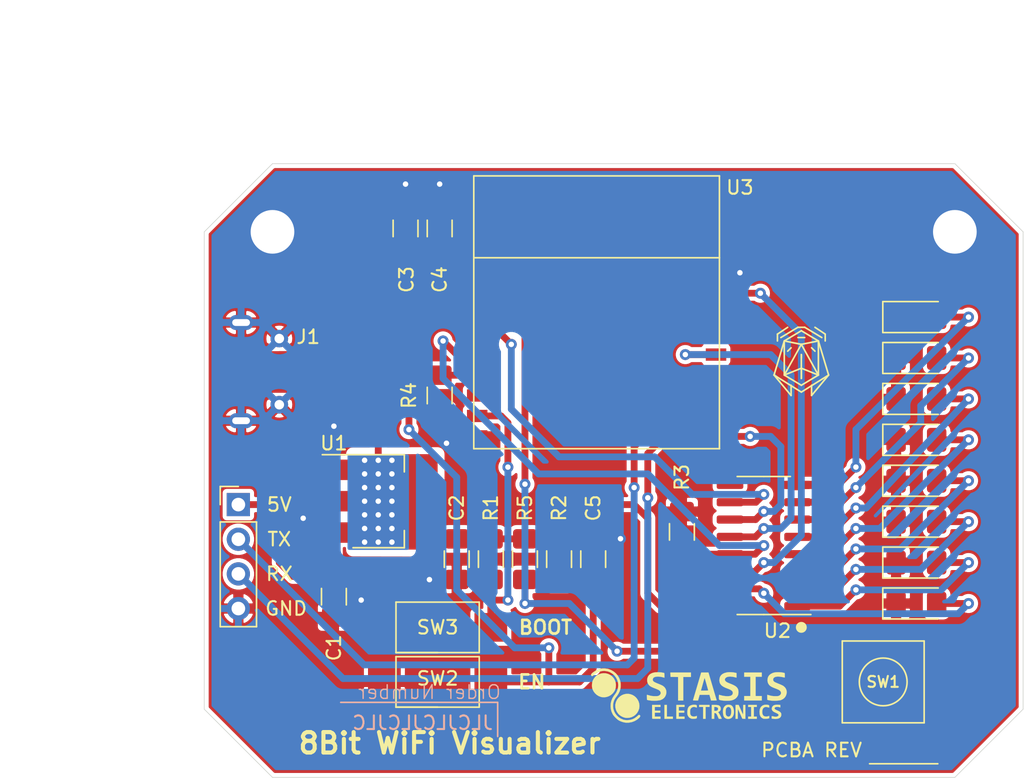
<source format=kicad_pcb>
(kicad_pcb (version 20171130) (host pcbnew "(5.1.6)-1")
  (title_block (title PacketVis) (date 2019-11-21) (rev A01) (comment 1 "ESP8266 Network Traffick Visualizer") (comment 2 "Chandler McCowan"))
  (layers (0 F.Cu signal) (31 B.Cu signal) (34 B.Paste user hide) (35 F.Paste user) (36 B.SilkS user) (37 F.SilkS user) (38 B.Mask user) (39 F.Mask user) (44 Edge.Cuts user))
  (net 0 "")
  (net 1 GND)
  (net 2 /ESP_EN)
  (net 3 +3V3)
  (net 4 /SW_1)
  (net 5 /OUTPUT_ENABLE)
  (net 6 /RST)
  (net 7 /LATCH)
  (net 8 /ESP_TX)
  (net 9 /ESP_RX)
  (net 10 /DATA)
  (net 11 /BOOT)
  (net 12 /CLOCK)
  (net 13 /CLEAR)
  (net 14 +5V)
  (net 15 /LED_1)
  (net 16 /LED_2)
  (net 17 /LED_3)
  (net 18 /LED_4)
  (net 19 /LED_5)
  (net 20 /LED_6)
  (net 21 /LED_7)
  (net 22 /LED_8)
  (net 23 "Net-(J1-Pad3)")
  (net 24 "Net-(J1-Pad4)")
  (net 25 "Net-(J1-Pad2)")
  (net 26 "Net-(U2-Pad9)")
  (net 27 "Net-(U3-Pad16)")
  (net 28 "Net-(U3-Pad7)")
  (net 29 "Net-(R4-Pad1)")
  (module 8Bit_WiFi_Visualizer_Footprints:U-F-M5DD-Y-L (layer F.Cu) (at 5.5 15.25 90)
    (fp_text reference J1 (at 2.55 2.12 180) (layer F.SilkS))
    (fp_text value USB_B_Micro)
    (pad 6 thru_hole oval (at 3.6 -2.8 270) (size 1.1 1.8) (drill oval 0.5 1.3) (layers *.Cu *.Mask) (net 1 GND))
    (pad 6 thru_hole oval (at -3.6 -2.8 90) (size 1.1 1.8) (drill oval 0.5 1.3) (layers *.Cu *.Mask) (net 1 GND))
    (pad 6 thru_hole circle (at 2.425 0 270) (size 1.29 1.29) (drill 0.7) (layers *.Cu *.Mask) (net 1 GND))
    (pad 6 thru_hole circle (at -2.425 0 90) (size 1.29 1.29) (drill 0.7) (layers *.Cu *.Mask) (net 1 GND))
    (pad 1 smd rect (at 1.3 0 90) (size 0.4 1.25) (layers F.Cu F.Paste F.Mask) (net 14 +5V))
    (pad 2 smd rect (at 0.65 0 90) (size 0.4 1.25) (layers F.Cu F.Paste F.Mask) (net 25 "Net-(J1-Pad2)"))
    (pad 3 smd rect (at 0 0 90) (size 0.4 1.25) (layers F.Cu F.Paste F.Mask) (net 23 "Net-(J1-Pad3)"))
    (pad 4 smd rect (at -0.65 0 90) (size 0.4 1.25) (layers F.Cu F.Paste F.Mask) (net 24 "Net-(J1-Pad4)"))
    (pad 5 smd rect (at -1.35 0 90) (size 0.4 1.25) (layers F.Cu F.Paste F.Mask) (net 1 GND))
  )
  (module 8Bit_WiFi_Visualizer_Footprints:logo (layer F.Cu) (at 35.5 39)
    (fp_text reference G*** hide)
    (fp_text value LOGO hide)
  )
  (module MountingHole:MountingHole_3.2mm_M3_DIN965_Pad (layer F.Cu) (at 55 5)
    (fp_text reference J4 hide)
    (fp_text value Conn_01x01)
    (pad 1 thru_hole circle (at 0 0) (size 5.6 5.6) (drill 3.2) (layers *.Cu *.Mask) (net 1 GND))
  )
  (module MountingHole:MountingHole_3.2mm_M3_DIN965_Pad (layer F.Cu) (at 5 5)
    (fp_text reference J3 hide)
    (fp_text value Conn_01x01)
    (pad 1 thru_hole circle (at 0 0) (size 5.6 5.6) (drill 3.2) (layers *.Cu *.Mask) (net 1 GND))
  )
  (module Resistor_SMD:R_1206_3216Metric_Pad1.42x1.75mm_HandSolder (layer F.Cu) (at 17.25 17 270)
    (fp_text reference R4 (at 0 2.25 90) (layer F.SilkS))
    (fp_text value 10k)
    (pad 2 smd roundrect (at 1.4875 0 270) (size 1.425 1.75) (layers F.Cu F.Paste F.Mask) (roundrect_rratio 0.175439) (net 1 GND))
    (pad 1 smd roundrect (at -1.4875 0 270) (size 1.425 1.75) (layers F.Cu F.Paste F.Mask) (roundrect_rratio 0.175439) (net 29 "Net-(R4-Pad1)"))
  )
  (module Resistor_SMD:R_1206_3216Metric_Pad1.42x1.75mm_HandSolder (layer F.Cu) (at 21 29 270)
    (fp_text reference R1 (at -3.75 0 90) (layer F.SilkS))
    (fp_text value 10k)
    (pad 1 smd roundrect (at -1.4875 0 270) (size 1.425 1.75) (layers F.Cu F.Paste F.Mask) (roundrect_rratio 0.175439) (net 3 +3V3))
    (pad 2 smd roundrect (at 1.4875 0 270) (size 1.425 1.75) (layers F.Cu F.Paste F.Mask) (roundrect_rratio 0.175439) (net 11 /BOOT))
  )
  (module Resistor_SMD:R_1206_3216Metric_Pad1.42x1.75mm_HandSolder (layer F.Cu) (at 26 29 270)
    (fp_text reference R2 (at -3.75 0 90) (layer F.SilkS))
    (fp_text value 10k)
    (pad 1 smd roundrect (at -1.4875 0 270) (size 1.425 1.75) (layers F.Cu F.Paste F.Mask) (roundrect_rratio 0.175439) (net 3 +3V3))
    (pad 2 smd roundrect (at 1.4875 0 270) (size 1.425 1.75) (layers F.Cu F.Paste F.Mask) (roundrect_rratio 0.175439) (net 2 /ESP_EN))
  )
  (module Resistor_SMD:R_1206_3216Metric_Pad1.42x1.75mm_HandSolder (layer F.Cu) (at 35 27 270)
    (fp_text reference R3 (at -4 0 90) (layer F.SilkS))
    (fp_text value 10k)
    (pad 2 smd roundrect (at 1.4875 0 270) (size 1.425 1.75) (layers F.Cu F.Paste F.Mask) (roundrect_rratio 0.175439) (net 5 /OUTPUT_ENABLE))
    (pad 1 smd roundrect (at -1.4875 0 270) (size 1.425 1.75) (layers F.Cu F.Paste F.Mask) (roundrect_rratio 0.175439) (net 1 GND))
  )
  (module Resistor_SMD:R_1206_3216Metric_Pad1.42x1.75mm_HandSolder (layer F.Cu) (at 23.5 29 270)
    (fp_text reference R5 (at -3.75 0 90) (layer F.SilkS))
    (fp_text value 10k)
    (pad 1 smd roundrect (at -1.4875 0 270) (size 1.425 1.75) (layers F.Cu F.Paste F.Mask) (roundrect_rratio 0.175439) (net 3 +3V3))
    (pad 2 smd roundrect (at 1.4875 0 270) (size 1.425 1.75) (layers F.Cu F.Paste F.Mask) (roundrect_rratio 0.175439) (net 4 /SW_1))
  )
  (module LED_SMD:LED_1206_3216Metric_Pad1.42x1.75mm_HandSolder (layer F.Cu) (at 52.18 11.25)
    (fp_text reference D8 hide)
    (fp_text value LED)
    (pad 1 smd roundrect (at -1.4875 0) (size 1.425 1.75) (layers F.Cu F.Paste F.Mask) (roundrect_rratio 0.175439) (net 1 GND))
    (pad 2 smd roundrect (at 1.4875 0) (size 1.425 1.75) (layers F.Cu F.Paste F.Mask) (roundrect_rratio 0.175439) (net 22 /LED_8))
  )
  (module LED_SMD:LED_1206_3216Metric_Pad1.42x1.75mm_HandSolder (layer F.Cu) (at 52.18 14.25)
    (fp_text reference D7 hide)
    (fp_text value LED)
    (pad 1 smd roundrect (at -1.4875 0) (size 1.425 1.75) (layers F.Cu F.Paste F.Mask) (roundrect_rratio 0.175439) (net 1 GND))
    (pad 2 smd roundrect (at 1.4875 0) (size 1.425 1.75) (layers F.Cu F.Paste F.Mask) (roundrect_rratio 0.175439) (net 21 /LED_7))
  )
  (module LED_SMD:LED_1206_3216Metric_Pad1.42x1.75mm_HandSolder (layer F.Cu) (at 52.18 17.25)
    (fp_text reference D6 hide)
    (fp_text value LED)
    (pad 1 smd roundrect (at -1.4875 0) (size 1.425 1.75) (layers F.Cu F.Paste F.Mask) (roundrect_rratio 0.175439) (net 1 GND))
    (pad 2 smd roundrect (at 1.4875 0) (size 1.425 1.75) (layers F.Cu F.Paste F.Mask) (roundrect_rratio 0.175439) (net 20 /LED_6))
  )
  (module LED_SMD:LED_1206_3216Metric_Pad1.42x1.75mm_HandSolder (layer F.Cu) (at 52.18 20.25)
    (fp_text reference D5 hide)
    (fp_text value LED)
    (pad 1 smd roundrect (at -1.4875 0) (size 1.425 1.75) (layers F.Cu F.Paste F.Mask) (roundrect_rratio 0.175439) (net 1 GND))
    (pad 2 smd roundrect (at 1.4875 0) (size 1.425 1.75) (layers F.Cu F.Paste F.Mask) (roundrect_rratio 0.175439) (net 19 /LED_5))
  )
  (module LED_SMD:LED_1206_3216Metric_Pad1.42x1.75mm_HandSolder (layer F.Cu) (at 52.18 23.25)
    (fp_text reference D4 hide)
    (fp_text value LED)
    (pad 1 smd roundrect (at -1.4875 0) (size 1.425 1.75) (layers F.Cu F.Paste F.Mask) (roundrect_rratio 0.175439) (net 1 GND))
    (pad 2 smd roundrect (at 1.4875 0) (size 1.425 1.75) (layers F.Cu F.Paste F.Mask) (roundrect_rratio 0.175439) (net 18 /LED_4))
  )
  (module LED_SMD:LED_1206_3216Metric_Pad1.42x1.75mm_HandSolder (layer F.Cu) (at 52.18 26.25)
    (fp_text reference D3 hide)
    (fp_text value LED)
    (pad 1 smd roundrect (at -1.4875 0) (size 1.425 1.75) (layers F.Cu F.Paste F.Mask) (roundrect_rratio 0.175439) (net 1 GND))
    (pad 2 smd roundrect (at 1.4875 0) (size 1.425 1.75) (layers F.Cu F.Paste F.Mask) (roundrect_rratio 0.175439) (net 17 /LED_3))
  )
  (module LED_SMD:LED_1206_3216Metric_Pad1.42x1.75mm_HandSolder (layer F.Cu) (at 52.18 29.25)
    (fp_text reference D2 hide)
    (fp_text value LED)
    (pad 1 smd roundrect (at -1.4875 0) (size 1.425 1.75) (layers F.Cu F.Paste F.Mask) (roundrect_rratio 0.175439) (net 1 GND))
    (pad 2 smd roundrect (at 1.4875 0) (size 1.425 1.75) (layers F.Cu F.Paste F.Mask) (roundrect_rratio 0.175439) (net 16 /LED_2))
  )
  (module LED_SMD:LED_1206_3216Metric_Pad1.42x1.75mm_HandSolder (layer F.Cu) (at 52.18 32.25)
    (fp_text reference D1 hide)
    (fp_text value LED)
    (pad 1 smd roundrect (at -1.4875 0) (size 1.425 1.75) (layers F.Cu F.Paste F.Mask) (roundrect_rratio 0.175439) (net 1 GND))
    (pad 2 smd roundrect (at 1.4875 0) (size 1.425 1.75) (layers F.Cu F.Paste F.Mask) (roundrect_rratio 0.175439) (net 15 /LED_1))
  )
  (module Capacitor_SMD:C_1206_3216Metric_Pad1.42x1.75mm_HandSolder (layer F.Cu) (at 28.5 29 90)
    (fp_text reference C5 (at 3.75 0 90) (layer F.SilkS))
    (fp_text value 1uF)
    (pad 1 smd roundrect (at -1.4875 0 90) (size 1.425 1.75) (layers F.Cu F.Paste F.Mask) (roundrect_rratio 0.175439) (net 2 /ESP_EN))
    (pad 2 smd roundrect (at 1.4875 0 90) (size 1.425 1.75) (layers F.Cu F.Paste F.Mask) (roundrect_rratio 0.175439) (net 1 GND))
  )
  (module Capacitor_SMD:C_1206_3216Metric_Pad1.42x1.75mm_HandSolder (layer F.Cu) (at 17.25 4.75 90)
    (fp_text reference C4 (at -3.75 0 90) (layer F.SilkS))
    (fp_text value 1uF)
    (pad 1 smd roundrect (at -1.4875 0 90) (size 1.425 1.75) (layers F.Cu F.Paste F.Mask) (roundrect_rratio 0.175439) (net 3 +3V3))
    (pad 2 smd roundrect (at 1.4875 0 90) (size 1.425 1.75) (layers F.Cu F.Paste F.Mask) (roundrect_rratio 0.175439) (net 1 GND))
  )
  (module Capacitor_SMD:C_1206_3216Metric_Pad1.42x1.75mm_HandSolder (layer F.Cu) (at 14.75 4.75 90)
    (fp_text reference C3 (at -3.75 0.07 90) (layer F.SilkS))
    (fp_text value 10uF)
    (pad 1 smd roundrect (at -1.4875 0 90) (size 1.425 1.75) (layers F.Cu F.Paste F.Mask) (roundrect_rratio 0.175439) (net 3 +3V3))
    (pad 2 smd roundrect (at 1.4875 0 90) (size 1.425 1.75) (layers F.Cu F.Paste F.Mask) (roundrect_rratio 0.175439) (net 1 GND))
  )
  (module Capacitor_SMD:C_1206_3216Metric_Pad1.42x1.75mm_HandSolder (layer F.Cu) (at 9.5 31.75 270)
    (fp_text reference C1 (at 3.75 0 90) (layer F.SilkS))
    (fp_text value 1uF)
    (pad 1 smd roundrect (at -1.4875 0 270) (size 1.425 1.75) (layers F.Cu F.Paste F.Mask) (roundrect_rratio 0.175439) (net 14 +5V))
    (pad 2 smd roundrect (at 1.4875 0 270) (size 1.425 1.75) (layers F.Cu F.Paste F.Mask) (roundrect_rratio 0.175439) (net 1 GND))
  )
  (module Capacitor_SMD:C_1206_3216Metric_Pad1.42x1.75mm_HandSolder (layer F.Cu) (at 18.5 29 270)
    (fp_text reference C2 (at -3.75 0 90) (layer F.SilkS))
    (fp_text value 1uF)
    (pad 1 smd roundrect (at -1.4875 0 270) (size 1.425 1.75) (layers F.Cu F.Paste F.Mask) (roundrect_rratio 0.175439) (net 3 +3V3))
    (pad 2 smd roundrect (at 1.4875 0 270) (size 1.425 1.75) (layers F.Cu F.Paste F.Mask) (roundrect_rratio 0.175439) (net 1 GND))
  )
  (module 8Bit_WiFi_Visualizer_Footprints:PTS645SK50SMTR92LFS (layer F.Cu) (at 49.75 38)
    (fp_text reference SW1 (at 0 0) (layer F.SilkS) (effects (font (size 0.8 0.8))))
    (fp_text value SW_Push_Dual)
    (pad 1 smd rect (at -3.975 -2.25) (size 1.55 1.3) (layers F.Cu F.Paste F.Mask) (net 4 /SW_1))
    (pad 2 smd rect (at -3.975 2.25) (size 1.55 1.3) (layers F.Cu F.Paste F.Mask) (net 1 GND))
    (pad 4 smd rect (at 3.975 2.25) (size 1.55 1.3) (layers F.Cu F.Paste F.Mask) (net 1 GND))
    (pad 3 smd rect (at 3.975 -2.25) (size 1.55 1.3) (layers F.Cu F.Paste F.Mask) (net 4 /SW_1))
  )
  (module 8Bit_WiFi_Visualizer_Footprints:ESP-WROOM-02D (layer F.Cu) (at 20 8)
    (fp_text reference U3 (at 19.25 -6.25) (layer F.SilkS))
    (fp_text value ESP-WROOM-02D)
    (pad 19 smd rect (at 9.85 8.51) (size 4 4) (layers F.Cu F.Mask) (net 1 GND))
    (pad 18 smd rect (at 17.5 0) (size 1.5 0.9) (layers F.Cu F.Paste F.Mask) (net 1 GND))
    (pad 17 smd rect (at 17.5 1.5) (size 1.5 0.9) (layers F.Cu F.Paste F.Mask) (net 10 /DATA))
    (pad 16 smd rect (at 17.5 3) (size 1.5 0.9) (layers F.Cu F.Paste F.Mask) (net 27 "Net-(U3-Pad16)"))
    (pad 15 smd rect (at 17.5 4.5) (size 1.5 0.9) (layers F.Cu F.Paste F.Mask) (net 6 /RST))
    (pad 14 smd rect (at 17.5 6) (size 1.5 0.9) (layers F.Cu F.Paste F.Mask) (net 7 /LATCH))
    (pad 13 smd rect (at 17.5 7.5) (size 1.5 0.9) (layers F.Cu F.Paste F.Mask) (net 1 GND))
    (pad 12 smd rect (at 17.5 9) (size 1.5 0.9) (layers F.Cu F.Paste F.Mask) (net 8 /ESP_TX))
    (pad 11 smd rect (at 17.5 10.5) (size 1.5 0.9) (layers F.Cu F.Paste F.Mask) (net 9 /ESP_RX))
    (pad 10 smd rect (at 17.5 12) (size 1.5 0.9) (layers F.Cu F.Paste F.Mask) (net 12 /CLOCK))
    (pad 9 smd rect (at 0 12) (size 1.5 0.9) (layers F.Cu F.Paste F.Mask) (net 1 GND))
    (pad 8 smd rect (at 0 10.5) (size 1.5 0.9) (layers F.Cu F.Paste F.Mask) (net 11 /BOOT))
    (pad 7 smd rect (at 0 9) (size 1.5 0.9) (layers F.Cu F.Paste F.Mask) (net 28 "Net-(U3-Pad7)"))
    (pad 6 smd rect (at 0 7.5) (size 1.5 0.9) (layers F.Cu F.Paste F.Mask) (net 29 "Net-(R4-Pad1)"))
    (pad 5 smd rect (at 0 6) (size 1.5 0.9) (layers F.Cu F.Paste F.Mask) (net 5 /OUTPUT_ENABLE))
    (pad 4 smd rect (at 0 4.5) (size 1.5 0.9) (layers F.Cu F.Paste F.Mask) (net 13 /CLEAR))
    (pad 3 smd rect (at 0 3) (size 1.5 0.9) (layers F.Cu F.Paste F.Mask) (net 4 /SW_1))
    (pad 2 smd rect (at 0 1.5) (size 1.5 0.9) (layers F.Cu F.Paste F.Mask) (net 2 /ESP_EN))
    (pad 1 smd rect (at 0 0) (size 1.5 0.9) (layers F.Cu F.Paste F.Mask) (net 3 +3V3))
  )
  (module 8Bit_WiFi_Visualizer_Footprints:PTS636_SM25F_SMTR_LFS (layer F.Cu) (at 21 34 180)
    (fp_text reference SW3 (at 3.9 0) (layer F.SilkS))
    (fp_text value SW_SPST)
    (pad 2 smd rect (at 7.8 0 270) (size 2.1 2.4) (layers F.Cu F.Paste F.Mask) (net 1 GND))
    (pad 1 smd rect (at 0 0 270) (size 2.1 2.4) (layers F.Cu F.Paste F.Mask) (net 11 /BOOT))
  )
  (module 8Bit_WiFi_Visualizer_Footprints:PTS636_SM25F_SMTR_LFS (layer F.Cu) (at 21 38 180)
    (fp_text reference SW2 (at 3.9 0.25) (layer F.SilkS))
    (fp_text value SW_SPST)
    (pad 2 smd rect (at 7.8 0 270) (size 2.1 2.4) (layers F.Cu F.Paste F.Mask) (net 1 GND))
    (pad 1 smd rect (at 0 0 270) (size 2.1 2.4) (layers F.Cu F.Paste F.Mask) (net 2 /ESP_EN))
  )
  (module Package_SO:SOIC-16_3.9x9.9mm_P1.27mm (layer F.Cu) (at 41 28 180)
    (fp_text reference U2 (at -1 -6.25) (layer F.SilkS))
    (fp_text value 74HC595)
    (pad 1 smd roundrect (at -2.475 -4.445 180) (size 1.95 0.6) (layers F.Cu F.Paste F.Mask) (net 16 /LED_2))
    (pad 2 smd roundrect (at -2.475 -3.175 180) (size 1.95 0.6) (layers F.Cu F.Paste F.Mask) (net 17 /LED_3))
    (pad 3 smd roundrect (at -2.475 -1.905 180) (size 1.95 0.6) (layers F.Cu F.Paste F.Mask) (net 18 /LED_4))
    (pad 4 smd roundrect (at -2.475 -0.635 180) (size 1.95 0.6) (layers F.Cu F.Paste F.Mask) (net 19 /LED_5))
    (pad 5 smd roundrect (at -2.475 0.635 180) (size 1.95 0.6) (layers F.Cu F.Paste F.Mask) (net 20 /LED_6))
    (pad 6 smd roundrect (at -2.475 1.905 180) (size 1.95 0.6) (layers F.Cu F.Paste F.Mask) (net 21 /LED_7))
    (pad 7 smd roundrect (at -2.475 3.175 180) (size 1.95 0.6) (layers F.Cu F.Paste F.Mask) (net 22 /LED_8))
    (pad 8 smd roundrect (at -2.475 4.445 180) (size 1.95 0.6) (layers F.Cu F.Paste F.Mask) (net 1 GND))
    (pad 9 smd roundrect (at 2.475 4.445 180) (size 1.95 0.6) (layers F.Cu F.Paste F.Mask) (net 26 "Net-(U2-Pad9)"))
    (pad 10 smd roundrect (at 2.475 3.175 180) (size 1.95 0.6) (layers F.Cu F.Paste F.Mask) (net 13 /CLEAR))
    (pad 11 smd roundrect (at 2.475 1.905 180) (size 1.95 0.6) (layers F.Cu F.Paste F.Mask) (net 12 /CLOCK))
    (pad 12 smd roundrect (at 2.475 0.635 180) (size 1.95 0.6) (layers F.Cu F.Paste F.Mask) (net 7 /LATCH))
    (pad 13 smd roundrect (at 2.475 -0.635 180) (size 1.95 0.6) (layers F.Cu F.Paste F.Mask) (net 5 /OUTPUT_ENABLE))
    (pad 14 smd roundrect (at 2.475 -1.905 180) (size 1.95 0.6) (layers F.Cu F.Paste F.Mask) (net 10 /DATA))
    (pad 15 smd roundrect (at 2.475 -3.175 180) (size 1.95 0.6) (layers F.Cu F.Paste F.Mask) (net 15 /LED_1))
    (pad 16 smd roundrect (at 2.475 -4.445 180) (size 1.95 0.6) (layers F.Cu F.Paste F.Mask) (net 3 +3V3))
  )
  (module Connector_PinHeader_2.54mm:PinHeader_1x04_P2.54mm_Vertical (layer F.Cu) (at 2.5 25)
    (fp_text reference J2 hide)
    (fp_text value Conn_01x04)
    (pad 4 thru_hole oval (at 0 7.62) (size 1.7 1.7) (drill 1) (layers *.Cu *.Mask) (net 1 GND))
    (pad 3 thru_hole oval (at 0 5.08) (size 1.7 1.7) (drill 1) (layers *.Cu *.Mask) (net 9 /ESP_RX))
    (pad 2 thru_hole oval (at 0 2.54) (size 1.7 1.7) (drill 1) (layers *.Cu *.Mask) (net 8 /ESP_TX))
    (pad 1 thru_hole rect (at 0 0) (size 1.7 1.7) (drill 1) (layers *.Cu *.Mask) (net 14 +5V))
  )
  (module Package_TO_SOT_SMD:SOT-223-3_TabPin2 (layer F.Cu) (at 12.75 24.75)
    (fp_text reference U1 (at -3.25 -4.25) (layer F.SilkS))
    (fp_text value "3.3V 1A")
    (pad 1 smd rect (at -3.15 -2.3) (size 2 1.5) (layers F.Cu F.Paste F.Mask) (net 1 GND))
    (pad 3 smd rect (at -3.15 2.3) (size 2 1.5) (layers F.Cu F.Paste F.Mask) (net 14 +5V))
    (pad 2 smd rect (at -3.15 0) (size 2 1.5) (layers F.Cu F.Paste F.Mask) (net 3 +3V3))
    (pad 2 smd rect (at 3.15 0) (size 2 3.8) (layers F.Cu F.Paste F.Mask) (net 3 +3V3))
  )
  (gr_line (start 0 40) (end 0 5) (layer Edge.Cuts) (width 0.05))
  (gr_line (start 5 45) (end 0 40) (layer Edge.Cuts) (width 0.05))
  (gr_line (start 55 45) (end 5 45) (layer Edge.Cuts) (width 0.05))
  (gr_line (start 60 40) (end 55 45) (layer Edge.Cuts) (width 0.05))
  (gr_line (start 60 5) (end 60 40) (layer Edge.Cuts) (width 0.05))
  (gr_line (start 55 0) (end 60 5) (layer Edge.Cuts) (width 0.05))
  (gr_line (start 5 0) (end 55 0) (layer Edge.Cuts) (width 0.05))
  (gr_line (start 0 5) (end 5 0) (layer Edge.Cuts) (width 0.05))
  (gr_circle (center 43.75 34) (end 43.95 34) (layer F.SilkS) (width 0.4))
  (gr_line (start 43 17) (end 43 16.25) (layer F.SilkS) (width 0.12))
  (gr_line (start 41.75 15.5) (end 43 17) (layer F.SilkS) (width 0.12))
  (gr_line (start 44.5 17) (end 45.75 15.5) (layer F.SilkS) (width 0.12))
  (gr_line (start 44.5 16.25) (end 44.5 17) (layer F.SilkS) (width 0.12))
  (gr_line (start 42 12.5) (end 42.75 12) (layer F.SilkS) (width 0.12))
  (gr_line (start 44.75 12) (end 45.5 12.5) (layer F.SilkS) (width 0.12))
  (gr_line (start 45.5 13) (end 45.5 12.5) (layer F.SilkS) (width 0.12))
  (gr_line (start 42 13) (end 42 12.5) (layer F.SilkS) (width 0.12))
  (gr_line (start 44 12) (end 45.25 12.75) (layer F.SilkS) (width 0.12))
  (gr_line (start 43.5 12) (end 44 12) (layer F.SilkS) (width 0.12))
  (gr_line (start 42.25 12.75) (end 43.5 12) (layer F.SilkS) (width 0.12))
  (gr_line (start 43.5 12.75) (end 44 12.75) (layer F.SilkS) (width 0.12))
  (gr_line (start 43 13.5) (end 42.75 13.75) (layer F.SilkS) (width 0.12))
  (gr_line (start 44.5 13.5) (end 44.75 13.75) (layer F.SilkS) (width 0.12))
  (gr_line (start 41.75 15.5) (end 42.5 13) (layer F.SilkS) (width 0.12))
  (gr_line (start 43.75 16.75) (end 41.75 15.5) (layer F.SilkS) (width 0.12))
  (gr_line (start 45.75 15.5) (end 43.75 16.75) (layer F.SilkS) (width 0.12))
  (gr_line (start 45 13) (end 45.75 15.5) (layer F.SilkS) (width 0.12))
  (gr_line (start 43.75 14) (end 43.75 14.25) (layer F.SilkS) (width 0.12))
  (gr_line (start 43.75 15.75) (end 43.75 14) (layer F.SilkS) (width 0.12))
  (gr_line (start 43.75 15) (end 43.75 15.75) (layer F.SilkS) (width 0.12))
  (gr_line (start 43.75 13.25) (end 42.5 15.5) (layer F.SilkS) (width 0.12))
  (gr_line (start 43.75 13.25) (end 45 15.5) (layer F.SilkS) (width 0.12))
  (gr_line (start 43.75 15) (end 45 15.5) (layer F.SilkS) (width 0.12))
  (gr_line (start 42.5 15.5) (end 43.75 15) (layer F.SilkS) (width 0.12))
  (gr_line (start 43.75 13.25) (end 45 13) (layer F.SilkS) (width 0.12))
  (gr_line (start 42.5 13) (end 43.75 13.25) (layer F.SilkS) (width 0.12))
  (gr_line (start 43.75 16.25) (end 42.5 15.5) (layer F.SilkS) (width 0.12))
  (gr_line (start 45 15.5) (end 43.75 16.25) (layer F.SilkS) (width 0.12))
  (gr_line (start 45 13) (end 45 15.5) (layer F.SilkS) (width 0.12))
  (gr_line (start 43.75 12.25) (end 45 13) (layer F.SilkS) (width 0.12))
  (gr_line (start 42.5 13) (end 43.75 12.25) (layer F.SilkS) (width 0.12))
  (gr_line (start 42.5 15.5) (end 42.5 13) (layer F.SilkS) (width 0.12))
  (gr_line (start 21.5 42) (end 21.5 39.5) (layer B.SilkS) (width 0.12))
  (gr_line (start 21.5 39.5) (end 10 39.5) (layer B.SilkS) (width 0.12))
  (gr_text JLCJLCJLCJLC (at 16 41) (layer B.SilkS) (effects (font (size 1 1)) (justify mirror)))
  (gr_text "Order Number" (at 16.5 38.75) (layer B.SilkS) (effects (font (size 1 1) (thickness 0.1)) (justify mirror)))
  (gr_line (start 48.75 44) (end 53.75 44) (layer F.SilkS) (width 0.12))
  (gr_text "PCBA REV" (at 44.5 43) (layer F.SilkS) (effects (font (size 1 1))))
  (gr_text "8Bit WiFi Visualizer" (at 6.75 42.5) (layer F.SilkS) (effects (font (size 1.5 1.5) (thickness 0.3)) (justify left)))
  (gr_text 5V (at 5.5 25) (layer F.SilkS) (effects (font (size 1 1))))
  (gr_text GND (at 6 32.62) (layer F.SilkS) (effects (font (size 1 1))))
  (gr_text RX (at 5.5 30.08) (layer F.SilkS) (effects (font (size 1 1))))
  (gr_text TX (at 5.5 27.54) (layer F.SilkS) (effects (font (size 1 1))))
  (gr_text EN (at 24 38) (layer F.SilkS) (effects (font (size 1 1) (thickness 0.2))))
  (gr_text BOOT (at 25 34) (layer F.SilkS) (effects (font (size 1 1) (thickness 0.2))))
  (via (at 30.5 27.5) (size 0.8) (drill 0.4) (layers F.Cu B.Cu) (net 1))
  (via (at 16.5 30.5) (size 0.8) (drill 0.4) (layers F.Cu B.Cu) (net 1))
  (via (at 11.5 32) (size 0.8) (drill 0.4) (layers F.Cu B.Cu) (net 1))
  (via (at 17.75 20.5) (size 0.8) (drill 0.4) (layers F.Cu B.Cu) (net 1))
  (via (at 14.75 1.5) (size 0.8) (drill 0.4) (layers F.Cu B.Cu) (net 1))
  (via (at 17.25 1.5) (size 0.8) (drill 0.4) (layers F.Cu B.Cu) (net 1))
  (via (at 39.25 8) (size 0.8) (drill 0.4) (layers F.Cu B.Cu) (net 1))
  (via (at 9.5 19.25) (size 0.8) (drill 0.4) (layers F.Cu B.Cu) (net 1))
  (via (at 7.25 26) (size 0.8) (drill 0.4) (layers F.Cu B.Cu) (net 1))
  (segment (start 26 30.4875) (end 28.5 30.4875) (width 0.5) (layer F.Cu) (net 2))
  (segment (start 28.5 37) (end 28.5 30.4875) (width 0.5) (layer F.Cu) (net 2))
  (segment (start 27.5 38) (end 28.5 37) (width 0.5) (layer F.Cu) (net 2))
  (segment (start 20 9.5) (end 16.75 9.5) (width 0.5) (layer F.Cu) (net 2))
  (via (at 15 19.5) (size 0.8) (drill 0.4) (layers F.Cu B.Cu) (net 2))
  (segment (start 16.75 9.5) (end 15 11.25) (width 0.5) (layer F.Cu) (net 2))
  (segment (start 15 11.25) (end 15 19.5) (width 0.5) (layer F.Cu) (net 2))
  (segment (start 15 19.5) (end 18.5 23) (width 0.5) (layer B.Cu) (net 2))
  (segment (start 18.5 23) (end 18.5 31.25) (width 0.5) (layer B.Cu) (net 2))
  (via (at 25.25 35.5) (size 0.8) (drill 0.4) (layers F.Cu B.Cu) (net 2))
  (segment (start 18.5 31.25) (end 22.75 35.5) (width 0.5) (layer B.Cu) (net 2))
  (segment (start 22.75 35.5) (end 25.25 35.5) (width 0.5) (layer B.Cu) (net 2))
  (segment (start 25.25 35.5) (end 25.25 38) (width 0.5) (layer F.Cu) (net 2))
  (segment (start 21 38) (end 25.25 38) (width 0.5) (layer F.Cu) (net 2))
  (segment (start 25.25 38) (end 27.5 38) (width 0.5) (layer F.Cu) (net 2))
  (segment (start 18.5 27.5125) (end 16.5125 27.5125) (width 0.5) (layer F.Cu) (net 3))
  (segment (start 21 27.5125) (end 18.5 27.5125) (width 0.5) (layer F.Cu) (net 3))
  (segment (start 21 27.5125) (end 23.5 27.5125) (width 0.5) (layer F.Cu) (net 3))
  (segment (start 23.5 27.5125) (end 26 27.5125) (width 0.5) (layer F.Cu) (net 3))
  (via (at 12.75 21.75) (size 0.8) (drill 0.4) (layers F.Cu B.Cu) (net 3))
  (via (at 13.75 21.75) (size 0.8) (drill 0.4) (layers F.Cu B.Cu) (net 3))
  (via (at 11.75 21.75) (size 0.8) (drill 0.4) (layers F.Cu B.Cu) (net 3))
  (via (at 11.75 22.75) (size 0.8) (drill 0.4) (layers F.Cu B.Cu) (net 3))
  (via (at 12.75 22.75) (size 0.8) (drill 0.4) (layers F.Cu B.Cu) (net 3))
  (via (at 13.75 22.75) (size 0.8) (drill 0.4) (layers F.Cu B.Cu) (net 3))
  (via (at 13.75 23.75) (size 0.8) (drill 0.4) (layers F.Cu B.Cu) (net 3))
  (via (at 12.75 23.75) (size 0.8) (drill 0.4) (layers F.Cu B.Cu) (net 3))
  (via (at 11.75 23.75) (size 0.8) (drill 0.4) (layers F.Cu B.Cu) (net 3))
  (via (at 11.75 24.75) (size 0.8) (drill 0.4) (layers F.Cu B.Cu) (net 3))
  (via (at 12.75 24.75) (size 0.8) (drill 0.4) (layers F.Cu B.Cu) (net 3))
  (via (at 13.75 24.75) (size 0.8) (drill 0.4) (layers F.Cu B.Cu) (net 3))
  (via (at 11.75 25.75) (size 0.8) (drill 0.4) (layers F.Cu B.Cu) (net 3))
  (via (at 12.75 25.75) (size 0.8) (drill 0.4) (layers F.Cu B.Cu) (net 3))
  (via (at 13.75 25.75) (size 0.8) (drill 0.4) (layers F.Cu B.Cu) (net 3))
  (via (at 11.75 26.75) (size 0.8) (drill 0.4) (layers F.Cu B.Cu) (net 3))
  (via (at 12.75 26.75) (size 0.8) (drill 0.4) (layers F.Cu B.Cu) (net 3))
  (via (at 13.75 26.75) (size 0.8) (drill 0.4) (layers F.Cu B.Cu) (net 3))
  (via (at 13.75 27.75) (size 0.8) (drill 0.4) (layers F.Cu B.Cu) (net 3))
  (via (at 12.75 27.75) (size 0.8) (drill 0.4) (layers F.Cu B.Cu) (net 3))
  (via (at 11.75 27.75) (size 0.8) (drill 0.4) (layers F.Cu B.Cu) (net 3))
  (segment (start 12.75 21.75) (end 12.75 6.5) (width 0.5) (layer F.Cu) (net 3))
  (segment (start 13.0125 6.2375) (end 14.75 6.2375) (width 0.5) (layer F.Cu) (net 3))
  (segment (start 12.75 6.5) (end 13.0125 6.2375) (width 0.5) (layer F.Cu) (net 3))
  (segment (start 14.75 6.2375) (end 17.25 6.2375) (width 0.5) (layer F.Cu) (net 3))
  (segment (start 17.25 6.2375) (end 17.25 7.75) (width 0.5) (layer F.Cu) (net 3))
  (segment (start 17.5 8) (end 20 8) (width 0.5) (layer F.Cu) (net 3))
  (segment (start 17.25 7.75) (end 17.5 8) (width 0.5) (layer F.Cu) (net 3))
  (segment (start 26 27.5125) (end 26 25.75) (width 0.5) (layer F.Cu) (net 3))
  (segment (start 26 25.75) (end 26.75 25) (width 0.5) (layer F.Cu) (net 3))
  (segment (start 26.75 25) (end 31.5 25) (width 0.5) (layer F.Cu) (net 3))
  (segment (start 31.5 25) (end 32.5 26) (width 0.5) (layer F.Cu) (net 3))
  (segment (start 32.5 26) (end 32.5 31.5) (width 0.5) (layer F.Cu) (net 3))
  (segment (start 33.445 32.445) (end 38.525 32.445) (width 0.5) (layer F.Cu) (net 3))
  (segment (start 32.5 31.5) (end 33.445 32.445) (width 0.5) (layer F.Cu) (net 3))
  (segment (start 9.6 24.75) (end 11.75 24.75) (width 0.5) (layer F.Cu) (net 3))
  (via (at 23.5 32.25) (size 0.8) (drill 0.4) (layers F.Cu B.Cu) (net 4))
  (segment (start 23.5 30.4875) (end 23.5 32.25) (width 0.5) (layer F.Cu) (net 4))
  (via (at 23.5 23.5) (size 0.8) (drill 0.4) (layers F.Cu B.Cu) (net 4))
  (segment (start 23.5 32.25) (end 23.5 23.5) (width 0.5) (layer B.Cu) (net 4))
  (segment (start 22.25 11) (end 23.5 12.25) (width 0.5) (layer F.Cu) (net 4))
  (segment (start 20 11) (end 22.25 11) (width 0.5) (layer F.Cu) (net 4))
  (segment (start 23.5 23.5) (end 23.5 12.25) (width 0.5) (layer F.Cu) (net 4))
  (segment (start 23.5 32.25) (end 26.75 32.25) (width 0.5) (layer B.Cu) (net 4))
  (via (at 30.25 35.75) (size 0.8) (drill 0.4) (layers F.Cu B.Cu) (net 4))
  (segment (start 26.75 32.25) (end 30.25 35.75) (width 0.5) (layer B.Cu) (net 4))
  (segment (start 30.25 35.75) (end 45.775 35.75) (width 0.5) (layer F.Cu) (net 4))
  (segment (start 45.775 35.75) (end 53.725 35.75) (width 0.5) (layer F.Cu) (net 4))
  (segment (start 35.1475 28.635) (end 35 28.4875) (width 0.5) (layer F.Cu) (net 5))
  (segment (start 38.525 28.635) (end 35.1475 28.635) (width 0.5) (layer F.Cu) (net 5))
  (via (at 41 28) (size 0.8) (drill 0.4) (layers F.Cu B.Cu) (net 5))
  (segment (start 38.525 28.635) (end 40.365 28.635) (width 0.5) (layer F.Cu) (net 5))
  (segment (start 40.365 28.635) (end 41 28) (width 0.5) (layer F.Cu) (net 5))
  (segment (start 20 14) (end 18.5 14) (width 0.5) (layer F.Cu) (net 5))
  (via (at 17.5 13) (size 0.8) (drill 0.4) (layers F.Cu B.Cu) (net 5))
  (segment (start 18.5 14) (end 17.5 13) (width 0.5) (layer F.Cu) (net 5))
  (segment (start 17.5 15.75) (end 17.5 13) (width 0.5) (layer B.Cu) (net 5))
  (segment (start 32.5 22.75) (end 24.5 22.75) (width 0.5) (layer B.Cu) (net 5))
  (segment (start 41 28) (end 37.75 28) (width 0.5) (layer B.Cu) (net 5))
  (segment (start 24.5 22.75) (end 17.5 15.75) (width 0.5) (layer B.Cu) (net 5))
  (segment (start 37.75 28) (end 32.5 22.75) (width 0.5) (layer B.Cu) (net 5))
  (via (at 41 26.75) (size 0.8) (drill 0.4) (layers F.Cu B.Cu) (net 7))
  (segment (start 38.525 27.365) (end 40.385 27.365) (width 0.5) (layer F.Cu) (net 7))
  (segment (start 40.385 27.365) (end 41 26.75) (width 0.5) (layer F.Cu) (net 7))
  (segment (start 41 26.75) (end 42.25 26.75) (width 0.5) (layer B.Cu) (net 7))
  (segment (start 42.25 26.75) (end 43 26) (width 0.5) (layer B.Cu) (net 7))
  (segment (start 43 26) (end 43 15.5) (width 0.5) (layer B.Cu) (net 7))
  (via (at 35.25 14) (size 0.8) (drill 0.4) (layers F.Cu B.Cu) (net 7))
  (segment (start 43 15.5) (end 41.5 14) (width 0.5) (layer B.Cu) (net 7))
  (segment (start 41.5 14) (end 35.25 14) (width 0.5) (layer B.Cu) (net 7))
  (segment (start 35.25 14) (end 37.5 14) (width 0.5) (layer F.Cu) (net 7))
  (segment (start 2.5 27.54) (end 11.71 36.75) (width 0.5) (layer B.Cu) (net 8))
  (segment (start 11.71 36.75) (end 31 36.75) (width 0.5) (layer B.Cu) (net 8))
  (segment (start 31 36.75) (end 31.5 36.25) (width 0.5) (layer B.Cu) (net 8))
  (segment (start 31.5 36.25) (end 31.5 31.25) (width 0.5) (layer B.Cu) (net 8))
  (via (at 31.5 23.75) (size 0.8) (drill 0.4) (layers F.Cu B.Cu) (net 8))
  (segment (start 31.5 31.25) (end 31.5 23.75) (width 0.5) (layer B.Cu) (net 8))
  (segment (start 35.25 17) (end 37.5 17) (width 0.5) (layer F.Cu) (net 8))
  (segment (start 31.5 23.75) (end 31.5 20.75) (width 0.5) (layer F.Cu) (net 8))
  (segment (start 31.5 20.75) (end 35.25 17) (width 0.5) (layer F.Cu) (net 8))
  (segment (start 10.17 37.75) (end 31.75 37.75) (width 0.5) (layer B.Cu) (net 9))
  (segment (start 35.25 18.5) (end 32.5 21.25) (width 0.5) (layer F.Cu) (net 9))
  (segment (start 37.5 18.5) (end 35.25 18.5) (width 0.5) (layer F.Cu) (net 9))
  (via (at 32.5 24.5) (size 0.8) (drill 0.4) (layers F.Cu B.Cu) (net 9))
  (segment (start 2.5 30.08) (end 10.17 37.75) (width 0.5) (layer B.Cu) (net 9))
  (segment (start 31.75 37.75) (end 32.5 37) (width 0.5) (layer B.Cu) (net 9))
  (segment (start 32.5 37) (end 32.5 24.5) (width 0.5) (layer B.Cu) (net 9))
  (segment (start 32.5 21.25) (end 32.5 24.5) (width 0.5) (layer F.Cu) (net 9))
  (segment (start 38.525 29.905) (end 40.345 29.905) (width 0.5) (layer F.Cu) (net 10))
  (via (at 41 29.25) (size 0.8) (drill 0.4) (layers F.Cu B.Cu) (net 10))
  (segment (start 40.345 29.905) (end 41 29.25) (width 0.5) (layer F.Cu) (net 10))
  (segment (start 41 29.25) (end 41.75 29.25) (width 0.5) (layer B.Cu) (net 10))
  (segment (start 41.75 29.25) (end 43.75 27.25) (width 0.5) (layer B.Cu) (net 10))
  (segment (start 43.75 27.25) (end 43.75 22.5) (width 0.5) (layer B.Cu) (net 10))
  (segment (start 43.75 22.5) (end 43.75 15.260037) (width 0.5) (layer B.Cu) (net 10))
  (via (at 40.75 9.5) (size 0.8) (drill 0.4) (layers F.Cu B.Cu) (net 10))
  (segment (start 43.75 15.260037) (end 43.75 12.5) (width 0.5) (layer B.Cu) (net 10))
  (segment (start 43.75 12.5) (end 40.75 9.5) (width 0.5) (layer B.Cu) (net 10))
  (segment (start 40.75 9.5) (end 37.5 9.5) (width 0.5) (layer F.Cu) (net 10))
  (segment (start 20 18.5) (end 21.75 18.5) (width 0.5) (layer F.Cu) (net 11))
  (segment (start 21.75 18.5) (end 22.25 19) (width 0.5) (layer F.Cu) (net 11))
  (via (at 22.25 22.25) (size 0.8) (drill 0.4) (layers F.Cu B.Cu) (net 11))
  (segment (start 22.25 19) (end 22.25 22.25) (width 0.5) (layer F.Cu) (net 11))
  (via (at 22.25 32) (size 0.8) (drill 0.4) (layers F.Cu B.Cu) (net 11))
  (segment (start 22.25 22.25) (end 22.25 32) (width 0.5) (layer B.Cu) (net 11))
  (segment (start 22.25 32) (end 21 32) (width 0.5) (layer F.Cu) (net 11))
  (segment (start 21 30.4875) (end 21 32) (width 0.5) (layer F.Cu) (net 11))
  (segment (start 21 32) (end 21 34) (width 0.5) (layer F.Cu) (net 11))
  (via (at 41 25.5) (size 0.8) (drill 0.4) (layers F.Cu B.Cu) (net 12))
  (segment (start 38.525 26.095) (end 40.405 26.095) (width 0.5) (layer F.Cu) (net 12))
  (segment (start 40.405 26.095) (end 41 25.5) (width 0.5) (layer F.Cu) (net 12))
  (segment (start 41 25.5) (end 41.75 25.5) (width 0.5) (layer B.Cu) (net 12))
  (segment (start 41.75 25.5) (end 42.25 25) (width 0.5) (layer B.Cu) (net 12))
  (segment (start 42.25 25) (end 42.25 20.75) (width 0.5) (layer B.Cu) (net 12))
  (segment (start 42.25 20.75) (end 41.5 20) (width 0.5) (layer B.Cu) (net 12))
  (via (at 40 20) (size 0.8) (drill 0.4) (layers F.Cu B.Cu) (net 12))
  (segment (start 41.5 20) (end 40 20) (width 0.5) (layer B.Cu) (net 12))
  (segment (start 40 20) (end 37.5 20) (width 0.5) (layer F.Cu) (net 12))
  (via (at 41 24.25) (size 0.8) (drill 0.4) (layers F.Cu B.Cu) (net 13))
  (segment (start 38.525 24.825) (end 40.425 24.825) (width 0.5) (layer F.Cu) (net 13))
  (segment (start 40.425 24.825) (end 41 24.25) (width 0.5) (layer F.Cu) (net 13))
  (via (at 22.5 13.25) (size 0.8) (drill 0.4) (layers F.Cu B.Cu) (net 13))
  (segment (start 21.75 12.5) (end 20 12.5) (width 0.5) (layer F.Cu) (net 13))
  (segment (start 22.5 13.25) (end 21.75 12.5) (width 0.5) (layer F.Cu) (net 13))
  (segment (start 22.5 18) (end 22.5 13.25) (width 0.5) (layer B.Cu) (net 13))
  (segment (start 26 21.5) (end 22.5 18) (width 0.5) (layer B.Cu) (net 13))
  (segment (start 33 21.5) (end 26 21.5) (width 0.5) (layer B.Cu) (net 13))
  (segment (start 41 24.25) (end 35.75 24.25) (width 0.5) (layer B.Cu) (net 13))
  (segment (start 35.75 24.25) (end 33 21.5) (width 0.5) (layer B.Cu) (net 13))
  (segment (start 9.6 30.1625) (end 9.5 30.2625) (width 0.5) (layer F.Cu) (net 14))
  (segment (start 9.6 27.12) (end 9.6 30.1625) (width 0.5) (layer F.Cu) (net 14))
  (segment (start 9.5 30.2625) (end 6.5125 30.2625) (width 0.5) (layer F.Cu) (net 14))
  (segment (start 6.5125 30.2625) (end 5.5 29.25) (width 0.5) (layer F.Cu) (net 14))
  (segment (start 5.5 29.25) (end 5.5 25.75) (width 0.5) (layer F.Cu) (net 14))
  (segment (start 4.75 25) (end 2.5 25) (width 0.5) (layer F.Cu) (net 14))
  (segment (start 5.5 25.75) (end 4.75 25) (width 0.5) (layer F.Cu) (net 14))
  (segment (start 7 22.75) (end 4.75 25) (width 0.5) (layer F.Cu) (net 14))
  (segment (start 5.5 13.95) (end 7.2 13.95) (width 0.4) (layer F.Cu) (net 14))
  (segment (start 7.2 13.95) (end 7.75 14.5) (width 0.4) (layer F.Cu) (net 14))
  (segment (start 7.75 22) (end 7 22.75) (width 0.4) (layer F.Cu) (net 14))
  (segment (start 7.75 14.5) (end 7.75 22) (width 0.4) (layer F.Cu) (net 14))
  (via (at 56 32.25) (size 0.8) (drill 0.4) (layers F.Cu B.Cu) (net 15))
  (segment (start 53.6675 32.25) (end 56 32.25) (width 0.5) (layer F.Cu) (net 15))
  (via (at 41 31.5) (size 0.8) (drill 0.4) (layers F.Cu B.Cu) (net 15))
  (segment (start 38.525 31.175) (end 40.675 31.175) (width 0.5) (layer F.Cu) (net 15))
  (segment (start 40.675 31.175) (end 41 31.5) (width 0.5) (layer F.Cu) (net 15))
  (segment (start 55.25 33) (end 56 32.25) (width 0.5) (layer B.Cu) (net 15))
  (segment (start 41 31.5) (end 42.5 33) (width 0.5) (layer B.Cu) (net 15))
  (segment (start 42.5 33) (end 55.25 33) (width 0.5) (layer B.Cu) (net 15))
  (via (at 56 29.25) (size 0.8) (drill 0.4) (layers F.Cu B.Cu) (net 16))
  (segment (start 53.6675 29.25) (end 56 29.25) (width 0.5) (layer F.Cu) (net 16))
  (segment (start 43.475 32.445) (end 46.555 32.445) (width 0.5) (layer F.Cu) (net 16))
  (via (at 47.75 31.25) (size 0.8) (drill 0.4) (layers F.Cu B.Cu) (net 16))
  (segment (start 46.555 32.445) (end 47.75 31.25) (width 0.5) (layer F.Cu) (net 16))
  (segment (start 47.75 31.25) (end 53.5 31.25) (width 0.5) (layer B.Cu) (net 16))
  (segment (start 54 31.25) (end 53.5 31.25) (width 0.5) (layer B.Cu) (net 16))
  (segment (start 56 29.25) (end 54 31.25) (width 0.5) (layer B.Cu) (net 16))
  (via (at 56 26.25) (size 0.8) (drill 0.4) (layers F.Cu B.Cu) (net 17))
  (segment (start 53.6675 26.25) (end 56 26.25) (width 0.5) (layer F.Cu) (net 17))
  (via (at 47.75 29.75) (size 0.8) (drill 0.4) (layers F.Cu B.Cu) (net 17))
  (segment (start 43.475 31.175) (end 46.325 31.175) (width 0.5) (layer F.Cu) (net 17))
  (segment (start 46.325 31.175) (end 47.75 29.75) (width 0.5) (layer F.Cu) (net 17))
  (segment (start 47.75 29.75) (end 52.5 29.75) (width 0.5) (layer B.Cu) (net 17))
  (segment (start 52.5 29.75) (end 56 26.25) (width 0.5) (layer B.Cu) (net 17))
  (segment (start 53.6675 23.25) (end 56 23.25) (width 0.5) (layer F.Cu) (net 18))
  (via (at 56 23.25) (size 0.8) (drill 0.4) (layers F.Cu B.Cu) (net 18))
  (via (at 47.75 28.25) (size 0.8) (drill 0.4) (layers F.Cu B.Cu) (net 18))
  (segment (start 43.475 29.905) (end 46.095 29.905) (width 0.5) (layer F.Cu) (net 18))
  (segment (start 46.095 29.905) (end 47.75 28.25) (width 0.5) (layer F.Cu) (net 18))
  (segment (start 51 28.25) (end 56 23.25) (width 0.5) (layer B.Cu) (net 18))
  (segment (start 47.75 28.25) (end 51 28.25) (width 0.5) (layer B.Cu) (net 18))
  (segment (start 53.6675 20.25) (end 56 20.25) (width 0.5) (layer F.Cu) (net 19))
  (via (at 56 20.25) (size 0.8) (drill 0.4) (layers F.Cu B.Cu) (net 19))
  (via (at 47.75 26.75) (size 0.8) (drill 0.4) (layers F.Cu B.Cu) (net 19))
  (segment (start 43.475 28.635) (end 45.865 28.635) (width 0.5) (layer F.Cu) (net 19))
  (segment (start 45.865 28.635) (end 47.75 26.75) (width 0.5) (layer F.Cu) (net 19))
  (segment (start 49.5 26.75) (end 56 20.25) (width 0.5) (layer B.Cu) (net 19))
  (segment (start 47.75 26.75) (end 49.5 26.75) (width 0.5) (layer B.Cu) (net 19))
  (via (at 56 17.25) (size 0.8) (drill 0.4) (layers F.Cu B.Cu) (net 20))
  (segment (start 53.6675 17.25) (end 56 17.25) (width 0.5) (layer F.Cu) (net 20))
  (via (at 47.75 25.25) (size 0.8) (drill 0.4) (layers F.Cu B.Cu) (net 20))
  (segment (start 43.475 27.365) (end 45.635 27.365) (width 0.5) (layer F.Cu) (net 20))
  (segment (start 45.635 27.365) (end 47.75 25.25) (width 0.5) (layer F.Cu) (net 20))
  (segment (start 48.5 25.25) (end 56 17.25) (width 0.5) (layer B.Cu) (net 20))
  (segment (start 47.75 25.25) (end 48.5 25.25) (width 0.5) (layer B.Cu) (net 20))
  (via (at 56 14.25) (size 0.8) (drill 0.4) (layers F.Cu B.Cu) (net 21))
  (segment (start 53.6675 14.25) (end 56 14.25) (width 0.5) (layer F.Cu) (net 21))
  (segment (start 43.475 26.095) (end 45.405 26.095) (width 0.5) (layer F.Cu) (net 21))
  (via (at 47.75 23.75) (size 0.8) (drill 0.4) (layers F.Cu B.Cu) (net 21))
  (segment (start 45.405 26.095) (end 47.75 23.75) (width 0.5) (layer F.Cu) (net 21))
  (segment (start 52.5 17.75) (end 56 14.25) (width 0.5) (layer B.Cu) (net 21))
  (segment (start 47.75 23.75) (end 52.5 19) (width 0.5) (layer B.Cu) (net 21))
  (segment (start 52.5 19) (end 52.5 17.75) (width 0.5) (layer B.Cu) (net 21))
  (via (at 56 11.25) (size 0.8) (drill 0.4) (layers F.Cu B.Cu) (net 22))
  (segment (start 53.6675 11.25) (end 56 11.25) (width 0.5) (layer F.Cu) (net 22))
  (via (at 47.75 22.25) (size 0.8) (drill 0.4) (layers F.Cu B.Cu) (net 22))
  (segment (start 43.475 24.825) (end 45.175 24.825) (width 0.5) (layer F.Cu) (net 22))
  (segment (start 45.175 24.825) (end 47.75 22.25) (width 0.5) (layer F.Cu) (net 22))
  (segment (start 47.75 19.5) (end 56 11.25) (width 0.5) (layer B.Cu) (net 22))
  (segment (start 47.75 22.25) (end 47.75 19.5) (width 0.5) (layer B.Cu) (net 22))
  (segment (start 19.9875 15.5125) (end 20 15.5) (width 0.5) (layer F.Cu) (net 29))
  (segment (start 17.25 15.5125) (end 19.9875 15.5125) (width 0.5) (layer F.Cu) (net 29))
  (zone (net 1) (net_name GND) (layer F.Cu) (connect_pads (clearance 0.3)) (min_thickness 0.2) (fill yes (arc_segments 32) (thermal_gap 0.3) (thermal_bridge_width 0.75))
    (polygon (pts (xy 0 5) (xy 5 0) (xy 55 0) (xy 60 5) (xy 60 40) (xy 55 45) (xy 5 45) (xy 0 40)))
  )
  (zone (net 1) (net_name GND) (layer B.Cu) (connect_pads (clearance 0.508)) (min_thickness 0.254) (fill yes (arc_segments 32) (thermal_gap 0.508) (thermal_bridge_width 0.508))
    (polygon (pts (xy 0 5) (xy 5 0) (xy 55 0) (xy 60 5) (xy 60 40) (xy 55 45) (xy 5 45) (xy 0 40)))
  )
  (zone (net 3) (net_name +3V3) (layer F.Cu) (priority 2) (connect_pads yes (clearance 0.508)) (min_thickness 0.254) (fill yes (arc_segments 32) (thermal_gap 0.508) (thermal_bridge_width 0.508))
    (polygon (pts (xy 10.9 28.29) (xy 10.9 21.31) (xy 17.1 21.3) (xy 17.1 28.3)))
  )
  (zone (net 3) (net_name +3V3) (layer B.Cu) (priority 1) (connect_pads yes (clearance 0.508)) (min_thickness 0.254) (fill yes (arc_segments 32) (thermal_gap 0.508) (thermal_bridge_width 0.508))
    (polygon (pts (xy 10.5 28.32) (xy 10.5 21.32) (xy 15 21.32) (xy 15 28.32)))
  )
)
</source>
